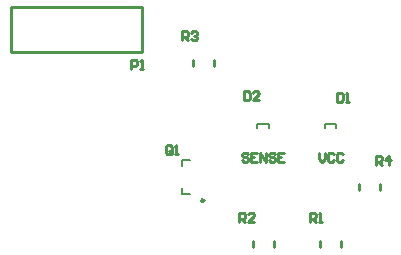
<source format=gto>
G04*
G04 #@! TF.GenerationSoftware,Altium Limited,Altium Designer,20.1.14 (287)*
G04*
G04 Layer_Color=65535*
%FSLAX24Y24*%
%MOIN*%
G70*
G04*
G04 #@! TF.SameCoordinates,8CDA295F-3AC2-4F8A-B50F-62FCF4205E73*
G04*
G04*
G04 #@! TF.FilePolarity,Positive*
G04*
G01*
G75*
%ADD10C,0.0098*%
%ADD11C,0.0100*%
%ADD12C,0.0079*%
D10*
X41332Y35613D02*
G03*
X41332Y35613I-49J0D01*
G01*
D11*
X42950Y34050D02*
Y34250D01*
X43650Y34050D02*
Y34250D01*
X39250Y40550D02*
Y42050D01*
X34900Y40550D02*
Y42050D01*
Y40550D02*
X39250D01*
X34900Y42050D02*
X39250D01*
X41650Y40100D02*
Y40300D01*
X40950Y40100D02*
Y40300D01*
X45200Y34050D02*
Y34250D01*
X45900Y34050D02*
Y34250D01*
X47200Y35950D02*
Y36150D01*
X46500Y35950D02*
Y36150D01*
X42500Y34900D02*
Y35200D01*
X42650D01*
X42700Y35150D01*
Y35050D01*
X42650Y35000D01*
X42500D01*
X42600D02*
X42700Y34900D01*
X43000D02*
X42800D01*
X43000Y35100D01*
Y35150D01*
X42950Y35200D01*
X42850D01*
X42800Y35150D01*
X42800Y37150D02*
X42750Y37200D01*
X42650D01*
X42600Y37150D01*
Y37100D01*
X42650Y37050D01*
X42750D01*
X42800Y37000D01*
Y36950D01*
X42750Y36900D01*
X42650D01*
X42600Y36950D01*
X43100Y37200D02*
X42900D01*
Y36900D01*
X43100D01*
X42900Y37050D02*
X43000D01*
X43200Y36900D02*
Y37200D01*
X43400Y36900D01*
Y37200D01*
X43700Y37150D02*
X43650Y37200D01*
X43550D01*
X43500Y37150D01*
Y37100D01*
X43550Y37050D01*
X43650D01*
X43700Y37000D01*
Y36950D01*
X43650Y36900D01*
X43550D01*
X43500Y36950D01*
X44000Y37200D02*
X43800D01*
Y36900D01*
X44000D01*
X43800Y37050D02*
X43900D01*
X45150Y37200D02*
Y37000D01*
X45250Y36900D01*
X45350Y37000D01*
Y37200D01*
X45650Y37150D02*
X45600Y37200D01*
X45500D01*
X45450Y37150D01*
Y36950D01*
X45500Y36900D01*
X45600D01*
X45650Y36950D01*
X45950Y37150D02*
X45900Y37200D01*
X45800D01*
X45750Y37150D01*
Y36950D01*
X45800Y36900D01*
X45900D01*
X45950Y36950D01*
X47050Y36800D02*
Y37100D01*
X47200D01*
X47250Y37050D01*
Y36950D01*
X47200Y36900D01*
X47050D01*
X47150D02*
X47250Y36800D01*
X47500D02*
Y37100D01*
X47350Y36950D01*
X47550D01*
X40600Y40950D02*
Y41250D01*
X40750D01*
X40800Y41200D01*
Y41100D01*
X40750Y41050D01*
X40600D01*
X40700D02*
X40800Y40950D01*
X40900Y41200D02*
X40950Y41250D01*
X41050D01*
X41100Y41200D01*
Y41150D01*
X41050Y41100D01*
X41000D01*
X41050D01*
X41100Y41050D01*
Y41000D01*
X41050Y40950D01*
X40950D01*
X40900Y41000D01*
X44850Y34900D02*
Y35200D01*
X45000D01*
X45050Y35150D01*
Y35050D01*
X45000Y35000D01*
X44850D01*
X44950D02*
X45050Y34900D01*
X45150D02*
X45250D01*
X45200D01*
Y35200D01*
X45150Y35150D01*
X40250Y37200D02*
Y37400D01*
X40200Y37450D01*
X40100D01*
X40050Y37400D01*
Y37200D01*
X40100Y37150D01*
X40200D01*
X40150Y37250D02*
X40250Y37150D01*
X40200D02*
X40250Y37200D01*
X40350Y37150D02*
X40450D01*
X40400D01*
Y37450D01*
X40350Y37400D01*
X38900Y40000D02*
Y40300D01*
X39050D01*
X39100Y40250D01*
Y40150D01*
X39050Y40100D01*
X38900D01*
X39200Y40000D02*
X39300D01*
X39250D01*
Y40300D01*
X39200Y40250D01*
X45750Y39200D02*
Y38900D01*
X45900D01*
X45950Y38950D01*
Y39150D01*
X45900Y39200D01*
X45750D01*
X46050Y38900D02*
X46150D01*
X46100D01*
Y39200D01*
X46050Y39150D01*
X42650Y39250D02*
Y38950D01*
X42800D01*
X42850Y39000D01*
Y39200D01*
X42800Y39250D01*
X42650D01*
X43150Y38950D02*
X42950D01*
X43150Y39150D01*
Y39200D01*
X43100Y39250D01*
X43000D01*
X42950Y39200D01*
D12*
X40594Y36754D02*
Y36975D01*
X40850D01*
X40594Y35825D02*
X40850D01*
X40594D02*
Y36046D01*
X45353Y38159D02*
X45747D01*
X45353Y38041D02*
Y38159D01*
X45747Y38041D02*
Y38159D01*
X43103D02*
X43497D01*
X43103Y38041D02*
Y38159D01*
X43497Y38041D02*
Y38159D01*
M02*

</source>
